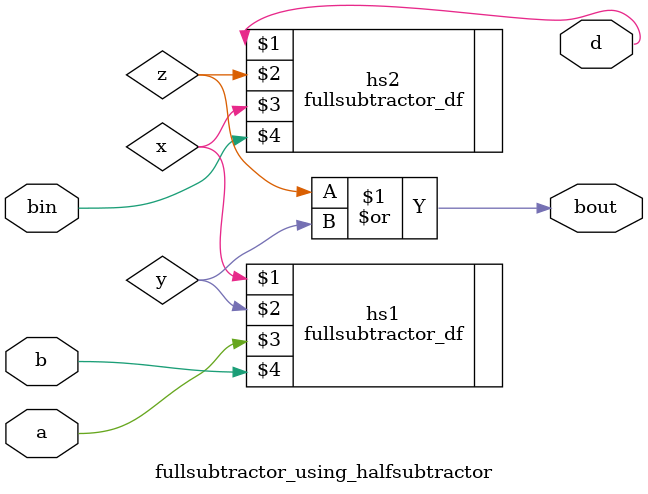
<source format=v>
`timescale 1ns / 1ps


module fullsubtractor_using_halfsubtractor(d,bout,a,b,bin);
output d,bout;
input a,b,bin;
wire x,y,z;

fullsubtractor_df hs1(x,y,a,b);
fullsubtractor_df hs2(d,z,x,bin);
or (bout,z,y);

endmodule

</source>
